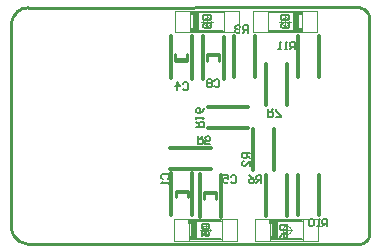
<source format=gbo>
G04*
G04 #@! TF.GenerationSoftware,Altium Limited,Altium Designer,22.0.2 (36)*
G04*
G04 Layer_Color=32896*
%FSTAX25Y25*%
%MOIN*%
G70*
G04*
G04 #@! TF.SameCoordinates,371D3646-10FE-40E0-BBDF-05722AEB6D60*
G04*
G04*
G04 #@! TF.FilePolarity,Positive*
G04*
G01*
G75*
%ADD10C,0.01000*%
%ADD11C,0.00787*%
%ADD12C,0.01181*%
%ADD13C,0.00984*%
%ADD16C,0.00600*%
%ADD18R,0.01476X0.01476*%
%ADD19R,0.00492X0.01476*%
%ADD20R,0.02400X0.06299*%
%ADD21R,0.01476X0.01476*%
%ADD22R,0.00492X0.01476*%
%ADD24C,0.00197*%
%ADD25C,0.00004*%
%ADD44R,0.00492X0.01476*%
D10*
X0314906Y037424D02*
X031388Y037415D01*
X0312886Y0373884D01*
X0311953Y0373449D01*
X0311109Y0372859D01*
X0310382Y0372131D01*
X0309791Y0371287D01*
X0309356Y0370354D01*
X030909Y036936D01*
X0309Y0368335D01*
X0309Y0301406D02*
X030909Y030038D01*
X0309356Y0299386D01*
X0309791Y0298453D01*
X0310382Y0297609D01*
X0311109Y0296882D01*
X0311953Y0296291D01*
X0312886Y0295856D01*
X031388Y029559D01*
X0314906Y02955D01*
X04285Y0370425D02*
X0428416Y0371377D01*
X0428089Y0372275D01*
X042754Y0373057D01*
X0426807Y0373671D01*
X0425941Y0374074D01*
X0425Y037424D01*
X04255Y02955D02*
X0426492Y0295736D01*
X0427363Y0296268D01*
X0428026Y0297042D01*
X0428418Y0297984D01*
X04285Y0299D01*
X0309Y0301406D02*
Y0368335D01*
X0314901Y0374169D02*
X0425Y037424D01*
X0314906Y02955D02*
X04255Y02955D01*
X04285Y0299D02*
Y0370425D01*
D11*
X0368685Y029685D02*
X0379315D01*
X0368685Y030315D02*
X0379315D01*
X0373721Y0312059D02*
X0377521D01*
X03643Y03125D02*
X03681D01*
X0374725Y0358076D02*
X0378525D01*
X03639Y0357D02*
X03677D01*
X0369185Y036635D02*
X0379815D01*
X0369185Y037265D02*
X0379815D01*
X0395685Y029685D02*
X0406315D01*
X0395685Y030315D02*
X0406315D01*
X0395185Y037265D02*
X0405815D01*
X0395185Y036635D02*
X0405815D01*
D12*
X0372021Y0304484D02*
Y0318559D01*
X0379021Y0304483D02*
Y0318459D01*
X03626Y0304925D02*
Y0319D01*
X03696Y0304924D02*
Y03189D01*
X0362197Y03275D02*
X0375797Y03275D01*
X0362197Y03205D02*
X0375797Y03205D01*
X0374703Y0334D02*
X0388303D01*
X0374703Y0341D02*
X0388303D01*
X0373025Y0350502D02*
Y0364576D01*
X0380025Y03505D02*
Y0364476D01*
X03694Y03505D02*
Y0364575D01*
X03624Y03506D02*
Y0364576D01*
X039417Y0304828D02*
Y0318428D01*
X040117Y0304828D02*
Y0318428D01*
X04119Y0304894D02*
Y0318494D01*
X04049Y0304894D02*
Y0318494D01*
X0389816Y032007D02*
Y0333669D01*
X0396816Y032007D02*
Y0333669D01*
X0401275Y0341696D02*
X0401275Y0355296D01*
X0394275D02*
X0394275Y0341696D01*
X04119Y0350911D02*
Y0364511D01*
X04049Y0350911D02*
Y0364511D01*
X03835Y03646D02*
X03835Y0351D01*
X03905D02*
X03905Y03646D01*
D13*
X0373521Y0312559D02*
X0377521D01*
Y0310459D02*
Y0312559D01*
X0373521Y0310459D02*
Y0312559D01*
X03641Y0313D02*
X03681D01*
Y03109D02*
Y0313D01*
X03641Y03109D02*
Y0313D01*
X0374525Y0358576D02*
X0378525D01*
Y0356476D02*
Y0358576D01*
X0374525Y0356476D02*
Y0358576D01*
X03639Y03565D02*
X03679D01*
X03639D02*
Y03586D01*
X03679Y03565D02*
Y03586D01*
D16*
X0370947Y0334376D02*
X0373446D01*
Y0335626D01*
X037303Y0336042D01*
X0372197D01*
X037178Y0335626D01*
Y0334376D01*
Y0335209D02*
X0370947Y0336042D01*
Y0336875D02*
Y0337708D01*
Y0337292D01*
X0373446D01*
X037303Y0336875D01*
X0373446Y0340624D02*
X037303Y0339791D01*
X0372197Y0338958D01*
X0371364D01*
X0370947Y0339374D01*
Y0340208D01*
X0371364Y0340624D01*
X037178D01*
X0372197Y0340208D01*
Y0338958D01*
X0403708Y036025D02*
Y036275D01*
X0402458D01*
X0402041Y0362333D01*
Y03615D01*
X0402458Y0361084D01*
X0403708D01*
X0402874D02*
X0402041Y036025D01*
X0401208D02*
X0400375D01*
X0400792D01*
Y036275D01*
X0401208Y0362333D01*
X0399126Y036025D02*
X0398292D01*
X0398709D01*
Y036275D01*
X0399126Y0362333D01*
X0414624Y030125D02*
Y030375D01*
X0413374D01*
X0412958Y0303333D01*
Y03025D01*
X0413374Y0302083D01*
X0414624D01*
X0413791D02*
X0412958Y030125D01*
X0412125D02*
X0411292D01*
X0411708D01*
Y030375D01*
X0412125Y0303333D01*
X0410042D02*
X0409626Y030375D01*
X0408792D01*
X0408376Y0303333D01*
Y0301667D01*
X0408792Y030125D01*
X0409626D01*
X0410042Y0301667D01*
Y0303333D01*
X0394917Y034025D02*
Y033775D01*
X0396167D01*
X0396584Y0338167D01*
Y0339D01*
X0396167Y0339417D01*
X0394917D01*
X039575D02*
X0396584Y034025D01*
X0397416Y033775D02*
X0399083D01*
Y0338167D01*
X0397416Y0339833D01*
Y034025D01*
X0392583Y031575D02*
Y031825D01*
X0391333D01*
X0390916Y0317833D01*
Y0317D01*
X0391333Y0316583D01*
X0392583D01*
X039175D02*
X0390916Y031575D01*
X0388417Y031825D02*
X038925Y0317833D01*
X0390084Y0317D01*
Y0316167D01*
X0389667Y031575D01*
X0388834D01*
X0388417Y0316167D01*
Y0316583D01*
X0388834Y0317D01*
X0390084D01*
X0371417Y033125D02*
Y032875D01*
X0372667D01*
X0373083Y0329167D01*
Y033D01*
X0372667Y0330416D01*
X0371417D01*
X037225D02*
X0373083Y033125D01*
X0375583Y032875D02*
X0373917D01*
Y033D01*
X037475Y0329584D01*
X0375166D01*
X0375583Y033D01*
Y0330833D01*
X0375166Y033125D01*
X0374333D01*
X0373917Y0330833D01*
X0388083Y036575D02*
Y036825D01*
X0386833D01*
X0386417Y0367833D01*
Y0367D01*
X0386833Y0366583D01*
X0388083D01*
X038725D02*
X0386417Y036575D01*
X0385583Y0367833D02*
X0385167Y036825D01*
X0384334D01*
X0383917Y0367833D01*
Y0367417D01*
X0384334Y0367D01*
X038475D01*
X0384334D01*
X0383917Y0366583D01*
Y0366167D01*
X0384334Y036575D01*
X0385167D01*
X0385583Y0366167D01*
X038875Y0325583D02*
X038625D01*
Y0324333D01*
X0386667Y0323917D01*
X03875D01*
X0387916Y0324333D01*
Y0325583D01*
Y032475D02*
X038875Y0323917D01*
Y0321417D02*
Y0323083D01*
X0387083Y0321417D01*
X0386667D01*
X038625Y0321834D01*
Y0322667D01*
X0386667Y0323083D01*
X037325Y0371583D02*
X037575D01*
Y0370333D01*
X0375333Y0369917D01*
X0373667D01*
X037325Y0370333D01*
Y0371583D01*
X0373667Y0369083D02*
X037325Y0368667D01*
Y0367834D01*
X0373667Y0367417D01*
X0374083D01*
X03745Y0367834D01*
X0374917Y0367417D01*
X0375333D01*
X037575Y0367834D01*
Y0368667D01*
X0375333Y0369083D01*
X0374917D01*
X03745Y0368667D01*
X0374083Y0369083D01*
X0373667D01*
X03745Y0368667D02*
Y0367834D01*
X039875Y0301583D02*
X040125D01*
Y0300333D01*
X0400833Y0299917D01*
X0399167D01*
X039875Y0300333D01*
Y0301583D01*
Y0297417D02*
X0399167Y029825D01*
X04Y0299083D01*
X0400833D01*
X040125Y0298667D01*
Y0297834D01*
X0400833Y0297417D01*
X0400417D01*
X04Y0297834D01*
Y0299083D01*
X037275Y0302083D02*
X037525D01*
Y0300833D01*
X0374833Y0300416D01*
X0373167D01*
X037275Y0300833D01*
Y0302083D01*
Y0297917D02*
Y0299584D01*
X0374D01*
X0373584Y029875D01*
Y0298334D01*
X0374Y0297917D01*
X0374833D01*
X037525Y0298334D01*
Y0299167D01*
X0374833Y0299584D01*
X039925Y0371583D02*
X040175D01*
Y0370333D01*
X0401333Y0369917D01*
X0399667D01*
X039925Y0370333D01*
Y0371583D01*
X0399667Y0369083D02*
X039925Y0368667D01*
Y0367834D01*
X0399667Y0367417D01*
X0400083D01*
X04005Y0367834D01*
Y036825D01*
Y0367834D01*
X0400916Y0367417D01*
X0401333D01*
X040175Y0367834D01*
Y0368667D01*
X0401333Y0369083D01*
X0376917Y0349833D02*
X0377333Y035025D01*
X0378166D01*
X0378583Y0349833D01*
Y0348167D01*
X0378166Y034775D01*
X0377333D01*
X0376917Y0348167D01*
X0376083Y0349833D02*
X0375667Y035025D01*
X0374834D01*
X0374417Y0349833D01*
Y0349416D01*
X0374834Y0349D01*
X0374417Y0348584D01*
Y0348167D01*
X0374834Y034775D01*
X0375667D01*
X0376083Y0348167D01*
Y0348584D01*
X0375667Y0349D01*
X0376083Y0349416D01*
Y0349833D01*
X0375667Y0349D02*
X0374834D01*
X0382417Y0317833D02*
X0382833Y031825D01*
X0383666D01*
X0384083Y0317833D01*
Y0316167D01*
X0383666Y031575D01*
X0382833D01*
X0382417Y0316167D01*
X0379917Y031825D02*
X0381583D01*
Y0317D01*
X038075Y0317417D01*
X0380334D01*
X0379917Y0317D01*
Y0316167D01*
X0380334Y031575D01*
X0381167D01*
X0381583Y0316167D01*
X0366417Y0348833D02*
X0366833Y034925D01*
X0367666D01*
X0368083Y0348833D01*
Y0347167D01*
X0367666Y034675D01*
X0366833D01*
X0366417Y0347167D01*
X0364334Y034675D02*
Y034925D01*
X0365583Y0348D01*
X0363917D01*
X0359667Y0317D02*
X035925Y0317417D01*
Y031825D01*
X0359667Y0318666D01*
X0361333D01*
X036175Y031825D01*
Y0317417D01*
X0361333Y0317D01*
X036175Y0316167D02*
Y0315334D01*
Y031575D01*
X035925D01*
X0359667Y0316167D01*
D18*
X036903Y0297195D02*
D03*
X0368931Y0302805D02*
D03*
X036953Y0366695D02*
D03*
X039603Y0297195D02*
D03*
X0395932Y0302805D02*
D03*
X0405569Y0366695D02*
D03*
D19*
X0379463Y0297195D02*
D03*
Y0302805D02*
D03*
X0379963Y0372305D02*
D03*
X0406462Y0297195D02*
D03*
Y0302805D02*
D03*
X0395037Y0372305D02*
D03*
D20*
X03703Y03D02*
D03*
X03708Y03695D02*
D03*
X0397299Y03D02*
D03*
X04042Y03695D02*
D03*
D21*
X0369431Y0372305D02*
D03*
X0405471D02*
D03*
D22*
X0379963Y0366695D02*
D03*
D24*
X0375378Y03D02*
X0375056Y0300886D01*
X0374239Y0301357D01*
X0373311Y0301193D01*
X0372705Y0300471D01*
Y0299529D01*
X0373311Y0298807D01*
X0374239Y0298643D01*
X0375056Y0299114D01*
X0375378Y03D01*
X0375878Y03695D02*
X0375556Y0370386D01*
X0374739Y0370857D01*
X0373811Y0370693D01*
X0373205Y0369971D01*
Y0369029D01*
X0373811Y0368307D01*
X0374739Y0368143D01*
X0375556Y0368614D01*
X0375878Y03695D01*
X0402378Y03D02*
X0402056Y0300886D01*
X0401239Y0301357D01*
X0400311Y0301193D01*
X0399705Y0300471D01*
Y0299529D01*
X0400311Y0298807D01*
X0401239Y0298643D01*
X0402056Y0299114D01*
X0402378Y03D01*
X0401878Y03695D02*
X0401556Y0370386D01*
X0400739Y0370857D01*
X0399811Y0370693D01*
X0399205Y0369971D01*
Y0369029D01*
X0399811Y0368307D01*
X0400739Y0368143D01*
X0401556Y0368614D01*
X0401878Y03695D01*
X0375878Y03695D02*
X0375556Y0370386D01*
X0374739Y0370857D01*
X0373811Y0370693D01*
X0373205Y0369971D01*
Y0369029D01*
X0373811Y0368307D01*
X0374739Y0368143D01*
X0375556Y0368614D01*
X0375878Y03695D01*
X0375378Y03D02*
X0375056Y0300886D01*
X0374239Y0301357D01*
X0373311Y0301193D01*
X0372705Y0300471D01*
Y0299529D01*
X0373311Y0298807D01*
X0374239Y0298643D01*
X0375056Y0299114D01*
X0375378Y03D01*
X0402358D02*
X0402036Y0300886D01*
X040122Y0301357D01*
X0400291Y0301193D01*
X0399686Y0300471D01*
Y0299529D01*
X0400291Y0298807D01*
X040122Y0298643D01*
X0402036Y0299114D01*
X0402358Y03D01*
X0401878Y03695D02*
X0401556Y0370386D01*
X0400739Y0370857D01*
X0399811Y0370693D01*
X0399205Y0369971D01*
Y0369029D01*
X0399811Y0368307D01*
X0400739Y0368143D01*
X0401556Y0368614D01*
X0401878Y03695D01*
X0372032Y03D02*
X0375969D01*
X0374Y0298031D02*
Y0301968D01*
X036337Y0296457D02*
Y0303543D01*
Y0296457D02*
X038463D01*
Y0303543D01*
X036337D02*
X038463D01*
X0372532Y03695D02*
X0376469D01*
X03745Y0367532D02*
Y0371469D01*
X036387Y0365957D02*
Y0373043D01*
Y0365957D02*
X038513D01*
Y0373043D01*
X036387D02*
X038513D01*
X0399032Y03D02*
X0402969D01*
X0401Y0298031D02*
Y0301968D01*
X039037Y0296457D02*
Y0303543D01*
Y0296457D02*
X041163D01*
Y0303543D01*
X039037D02*
X041163D01*
X0398532Y03695D02*
X0402469D01*
X04005Y0367532D02*
Y0371469D01*
X041113Y0365957D02*
Y0373043D01*
X038987D02*
X041113D01*
X038987Y0365957D02*
Y0373043D01*
Y0365957D02*
X041113D01*
X0372532Y03695D02*
X0376469D01*
X03745Y0367532D02*
Y0371469D01*
X038513Y0365957D02*
Y0373043D01*
X036387Y0365957D02*
X038513D01*
X036387D02*
Y0373043D01*
X038513D01*
X0372032Y03D02*
X0375969D01*
X0374Y0298032D02*
Y0301969D01*
X038463Y0296457D02*
Y0303543D01*
X036337Y0296457D02*
X038463D01*
X036337D02*
Y0303543D01*
X038463D01*
X0399012Y03D02*
X0402949D01*
X040098Y0298032D02*
Y0301969D01*
X041161Y0296457D02*
Y0303543D01*
X039035Y0296457D02*
X041161D01*
X039035D02*
Y0303543D01*
X041161D01*
X0398532Y03695D02*
X0402469D01*
X04005Y0367532D02*
Y0371469D01*
X038987Y0365957D02*
Y0373043D01*
X041113D01*
Y0365957D02*
Y0373043D01*
X038987Y0365957D02*
X041113D01*
D25*
X036839Y0296457D02*
Y0303543D01*
Y0296457D02*
X037961D01*
Y0303543D01*
X036839D02*
X037961D01*
X036889Y0365957D02*
Y0373043D01*
Y0365957D02*
X038011D01*
Y0373043D01*
X036889D02*
X038011D01*
X039539Y0296457D02*
Y0303543D01*
Y0296457D02*
X040661D01*
Y0303543D01*
X039539D02*
X040661D01*
X040611Y0365957D02*
Y0373043D01*
X039489D02*
X040611D01*
X039489Y0365957D02*
Y0373043D01*
Y0365957D02*
X040611D01*
X038011Y0365957D02*
Y0373043D01*
X036889Y0365957D02*
X038011D01*
X036889D02*
Y0373043D01*
X038011D01*
X037961Y0296457D02*
Y0303543D01*
X036839Y0296457D02*
X037961D01*
X036839D02*
Y0303543D01*
X037961D01*
X0406591Y0296457D02*
Y0303543D01*
X039537Y0296457D02*
X0406591D01*
X039537D02*
Y0303543D01*
X0406591D01*
X039489Y0365957D02*
Y0373043D01*
X040611D01*
Y0365957D02*
Y0373043D01*
X039489Y0365957D02*
X040611D01*
D44*
X0395037Y0366695D02*
D03*
M02*

</source>
